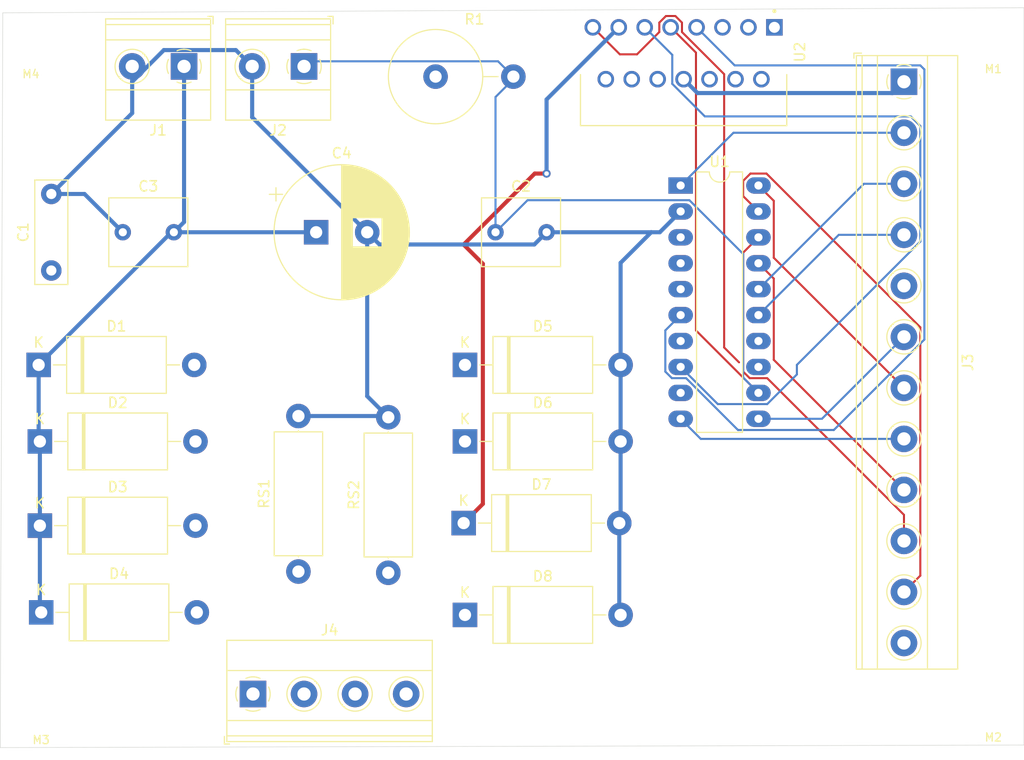
<source format=kicad_pcb>
(kicad_pcb (version 20240108) (generator "pcbnew") (generator_version "8.0")
  (title_block (title "Two phase bipolar stepper motor") (date "2024-11-12") (rev "REV1"))
  (layers (0 "F.Cu" signal) (31 "B.Cu" signal) (34 "B.Paste" user) (35 "F.Paste" user) (36 "B.SilkS" user "B.Silkscreen") (37 "F.SilkS" user "F.Silkscreen") (38 "B.Mask" user) (39 "F.Mask" user) (44 "Edge.Cuts" user))
  (net 0 "")
  (net 1 "/OSC")
  (net 2 "GND")
  (net 3 "VSS")
  (net 4 "VS")
  (net 5 "Net-(D1-A)")
  (net 6 "Net-(D2-A)")
  (net 7 "Net-(D3-A)")
  (net 8 "Net-(D4-A)")
  (net 9 "/HALF")
  (net 10 "/SYNC")
  (net 11 "/ENABLE")
  (net 13 "/CONTROL")
  (net 14 "/CLOCK")
  (net 15 "/Vref")
  (net 16 "/HOME")
  (net 17 "/RESET")
  (net 18 "/CW")
  (net 19 "/SENSE_A")
  (net 20 "/SENSE_B")
  (net 21 "Net-(U1-C)")
  (net 22 "Net-(U1-D)")
  (net 23 "Net-(U1-INH1)")
  (net 24 "Net-(U1-A)")
  (net 25 "Net-(U1-INH2)")
  (net 26 "Net-(U1-B)")
  (footprint "Diode_THT:D_DO-27_P15.24mm_Horizontal" (layer "F.Cu") (at 103.88 100)
    (property "Reference" "D3" (at 7.62 -3.785 0) (layer "F.SilkS"))
    (property "Value" "D" (hide yes))
    (fp_text user "K" (at 0 -2.2 0) (layer "F.SilkS"))
    (pad "1" thru_hole rect (at 0 0) (size 2.4 2.4) (drill 1.2) (layers "*.Cu" "*.Mask") (net 4 "VS"))
    (pad "2" thru_hole oval (at 15.24 0) (size 2.4 2.4) (drill 1.2) (layers "*.Cu" "*.Mask") (net 7 "Net-(D3-A)"))
  )
  (footprint "Capacitor_THT:CP_Radial_D13.0mm_P5.00mm" (layer "F.Cu") (at 130.934785 71.25)
    (property "Reference" "C4" (at 2.5 -7.75 0) (layer "F.SilkS"))
    (property "Value" "470uF")
    (pad "1" thru_hole rect (at 0 0) (size 2.4 2.4) (drill 1.2) (layers "*.Cu" "*.Mask") (net 4 "VS"))
    (pad "2" thru_hole circle (at 5 0) (size 2.4 2.4) (drill 1.2) (layers "*.Cu" "*.Mask") (net 2 "GND"))
  )
  (footprint "Capacitor_THT:C_Rect_L7.5mm_W6.5mm_P5.00mm" (layer "F.Cu") (at 112 71.25)
    (property "Reference" "C3" (at 2.5 -4.5 0) (layer "F.SilkS"))
    (property "Value" "100nF")
    (pad "1" thru_hole circle (at 0 0) (size 1.6 1.6) (drill 0.8) (layers "*.Cu" "*.Mask") (net 2 "GND"))
    (pad "2" thru_hole circle (at 5 0) (size 1.6 1.6) (drill 0.8) (layers "*.Cu" "*.Mask") (net 4 "VS"))
  )
  (footprint "Diode_THT:D_DO-27_P15.24mm_Horizontal" (layer "F.Cu") (at 145.51 108.75)
    (property "Reference" "D8" (at 7.62 -3.785 0) (layer "F.SilkS"))
    (property "Value" "D" (hide yes))
    (fp_text user "K" (at 0 -2.2 0) (layer "F.SilkS"))
    (pad "1" thru_hole rect (at 0 0) (size 2.4 2.4) (drill 1.2) (layers "*.Cu" "*.Mask") (net 8 "Net-(D4-A)"))
    (pad "2" thru_hole oval (at 15.24 0) (size 2.4 2.4) (drill 1.2) (layers "*.Cu" "*.Mask") (net 2 "GND"))
  )
  (footprint "Capacitor_THT:C_Rect_L10.0mm_W3.0mm_P7.50mm_FKS3_FKP3" (layer "F.Cu") (at 105 75 90)
    (property "Reference" "C1" (at 3.75 -2.75 90) (layer "F.SilkS"))
    (property "Value" "3.3nF")
    (pad "1" thru_hole circle (at 0 0 90) (size 2 2) (drill 1) (layers "*.Cu" "*.Mask") (net 1 "/OSC"))
    (pad "2" thru_hole circle (at 7.5 0 90) (size 2 2) (drill 1) (layers "*.Cu" "*.Mask") (net 2 "GND"))
  )
  (footprint "Diode_THT:D_DO-27_P15.24mm_Horizontal" (layer "F.Cu") (at 145.51 84.25)
    (property "Reference" "D5" (at 7.62 -3.785 0) (layer "F.SilkS"))
    (property "Value" "D" (hide yes))
    (fp_text user "K" (at 0 -2.2 0) (layer "F.SilkS"))
    (pad "1" thru_hole rect (at 0 0) (size 2.4 2.4) (drill 1.2) (layers "*.Cu" "*.Mask") (net 5 "Net-(D1-A)"))
    (pad "2" thru_hole oval (at 15.24 0) (size 2.4 2.4) (drill 1.2) (layers "*.Cu" "*.Mask") (net 2 "GND"))
  )
  (footprint "MountingHole:MountingHole_2.1mm" (layer "F.Cu") (at 197.25 117.5)
    (property "Reference" "M2" (at 0 3.25 0) (layer "F.SilkS") (effects (font (size 0.8 0.8) (thickness 0.125))))
    (property "Value" "MountingHole_2.1mm" (hide yes))
    (pad "" np_thru_hole circle (at 0 0) (size 2.1 2.1) (drill 2.1) (layers "*.Cu" "*.Mask"))
  )
  (footprint "Diode_THT:D_DO-27_P15.24mm_Horizontal" (layer "F.Cu") (at 145.51 91.75)
    (property "Reference" "D6" (at 7.62 -3.785 0) (layer "F.SilkS"))
    (property "Value" "D" (hide yes))
    (fp_text user "K" (at 0 -2.2 0) (layer "F.SilkS"))
    (pad "1" thru_hole rect (at 0 0) (size 2.4 2.4) (drill 1.2) (layers "*.Cu" "*.Mask") (net 6 "Net-(D2-A)"))
    (pad "2" thru_hole oval (at 15.24 0) (size 2.4 2.4) (drill 1.2) (layers "*.Cu" "*.Mask") (net 2 "GND"))
  )
  (footprint "Resistor_THT:R_Axial_DIN0414_L11.9mm_D4.5mm_P15.24mm_Horizontal" (layer "F.Cu") (at 138 104.62 90)
    (property "Reference" "RS2" (at 7.62 -3.37 90) (layer "F.SilkS"))
    (property "Value" "0.5R")
    (pad "1" thru_hole circle (at 0 0 90) (size 2.4 2.4) (drill 1.2) (layers "*.Cu" "*.Mask") (net 20 "/SENSE_B"))
    (pad "2" thru_hole oval (at 15.24 0 90) (size 2.4 2.4) (drill 1.2) (layers "*.Cu" "*.Mask") (net 2 "GND"))
  )
  (footprint "Diode_THT:D_DO-27_P15.24mm_Horizontal" (layer "F.Cu") (at 145.38 99.75)
    (property "Reference" "D7" (at 7.62 -3.785 0) (layer "F.SilkS"))
    (property "Value" "D" (hide yes))
    (fp_text user "K" (at 0 -2.2 0) (layer "F.SilkS"))
    (pad "1" thru_hole rect (at 0 0) (size 2.4 2.4) (drill 1.2) (layers "*.Cu" "*.Mask") (net 7 "Net-(D3-A)"))
    (pad "2" thru_hole oval (at 15.24 0) (size 2.4 2.4) (drill 1.2) (layers "*.Cu" "*.Mask") (net 2 "GND"))
  )
  (footprint "TerminalBlock_Phoenix:TerminalBlock_Phoenix_MKDS-1,5-12_1x12_P5.00mm_Horizontal" (layer "F.Cu") (at 188.5 56.5 -90)
    (property "Reference" "J3" (at 27.5 -6.26 90) (layer "F.SilkS"))
    (property "Value" "ST")
    (pad "1" thru_hole rect (at 0 0 270) (size 2.6 2.6) (drill 1.3) (layers "*.Cu" "*.Mask") (net 2 "GND"))
    (pad "2" thru_hole circle (at 5 0 270) (size 2.6 2.6) (drill 1.3) (layers "*.Cu" "*.Mask") (net 10 "/SYNC"))
    (pad "3" thru_hole circle (at 10 0 270) (size 2.6 2.6) (drill 1.3) (layers "*.Cu" "*.Mask") (net 1 "/OSC"))
    (pad "4" thru_hole circle (at 15 0 270) (size 2.6 2.6) (drill 1.3) (layers "*.Cu" "*.Mask") (net 15 "/Vref"))
    (pad "5" thru_hole circle (at 20 0 270) (size 2.6 2.6) (drill 1.3) (layers "*.Cu" "*.Mask") (net 16 "/HOME"))
    (pad "6" thru_hole circle (at 25 0 270) (size 2.6 2.6) (drill 1.3) (layers "*.Cu" "*.Mask") (net 13 "/CONTROL"))
    (pad "7" thru_hole circle (at 30 0 270) (size 2.6 2.6) (drill 1.3) (layers "*.Cu" "*.Mask") (net 17 "/RESET"))
    (pad "8" thru_hole circle (at 35 0 270) (size 2.6 2.6) (drill 1.3) (layers "*.Cu" "*.Mask") (net 11 "/ENABLE"))
    (pad "9" thru_hole circle (at 40 0 270) (size 2.6 2.6) (drill 1.3) (layers "*.Cu" "*.Mask") (net 18 "/CW"))
    (pad "10" thru_hole circle (at 45 0 270) (size 2.6 2.6) (drill 1.3) (layers "*.Cu" "*.Mask") (net 14 "/CLOCK"))
    (pad "11" thru_hole circle (at 50 0 270) (size 2.6 2.6) (drill 1.3) (layers "*.Cu" "*.Mask") (net 9 "/HALF"))
    (pad "12" thru_hole circle (at 55 0 270) (size 2.6 2.6) (drill 1.3) (layers "*.Cu" "*.Mask"))
  )
  (footprint "MountingHole:MountingHole_2.1mm" (layer "F.Cu") (at 103 52.5)
    (property "Reference" "M4" (at 0 3.25 0) (layer "F.SilkS") (effects (font (size 0.8 0.8) (thickness 0.125))))
    (property "Value" "MountingHole_2.1mm" (hide yes))
    (pad "" np_thru_hole circle (at 0 0) (size 2.1 2.1) (drill 2.1) (layers "*.Cu" "*.Mask"))
  )
  (footprint "Resistor_THT:R_Axial_DIN0922_L20.0mm_D9.0mm_P7.62mm_Vertical" (layer "F.Cu") (at 142.63 56)
    (property "Reference" "R1" (at 3.81 -5.62 0) (layer "F.SilkS"))
    (property "Value" "22K")
    (pad "1" thru_hole circle (at 0 0) (size 2.4 2.4) (drill 1.2) (layers "*.Cu" "*.Mask") (net 1 "/OSC"))
    (pad "2" thru_hole oval (at 7.62 0) (size 2.4 2.4) (drill 1.2) (layers "*.Cu" "*.Mask") (net 3 "VSS"))
  )
  (footprint "L298N:TO127P2020X500X2100-15" (layer "F.Cu") (at 175.81 51.17 -90)
    (property "Reference" "U2" (at 2.425 -2.495 90) (layer "F.SilkS"))
    (property "Value" "L298N")
    (pad "1" thru_hole rect (at 0 0 270) (size 1.62 1.62) (drill 1.08) (layers "*.Cu" "*.Mask") (net 19 "/SENSE_A"))
    (pad "2" thru_hole circle (at 5.08 1.27 270) (size 1.62 1.62) (drill 1.08) (layers "*.Cu" "*.Mask") (net 5 "Net-(D1-A)"))
    (pad "3" thru_hole circle (at 0 2.54 270) (size 1.62 1.62) (drill 1.08) (layers "*.Cu" "*.Mask") (net 6 "Net-(D2-A)"))
    (pad "4" thru_hole circle (at 5.08 3.81 270) (size 1.62 1.62) (drill 1.08) (layers "*.Cu" "*.Mask") (net 4 "VS"))
    (pad "5" thru_hole circle (at 0 5.08 270) (size 1.62 1.62) (drill 1.08) (layers "*.Cu" "*.Mask") (net 24 "Net-(U1-A)"))
    (pad "6" thru_hole circle (at 5.08 6.35 270) (size 1.62 1.62) (drill 1.08) (layers "*.Cu" "*.Mask") (net 23 "Net-(U1-INH1)"))
    (pad "7" thru_hole circle (at 0 7.62 270) (size 1.62 1.62) (drill 1.08) (layers "*.Cu" "*.Mask") (net 26 "Net-(U1-B)"))
    (pad "8" thru_hole circle (at 5.08 8.89 270) (size 1.62 1.62) (drill 1.08) (layers "*.Cu" "*.Mask") (net 2 "GND"))
    (pad "9" thru_hole circle (at 0 10.16 270) (size 1.62 1.62) (drill 1.08) (layers "*.Cu" "*.Mask") (net 3 "VSS"))
    (pad "10" thru_hole circle (at 5.08 11.43 270) (size 1.62 1.62) (drill 1.08) (layers "*.Cu" "*.Mask") (net 21 "Net-(U1-C)"))
    (pad "11" thru_hole circle (at 0 12.7 270) (size 1.62 1.62) (drill 1.08) (layers "*.Cu" "*.Mask") (net 25 "Net-(U1-INH2)"))
    (pad "12" thru_hole circle (at 5.08 13.97 270) (size 1.62 1.62) (drill 1.08) (layers "*.Cu" "*.Mask") (net 22 "Net-(U1-D)"))
    (pad "13" thru_hole circle (at 0 15.24 270) (size 1.62 1.62) (drill 1.08) (layers "*.Cu" "*.Mask") (net 7 "Net-(D3-A)"))
    (pad "14" thru_hole circle (at 5.08 16.51 270) (size 1.62 1.62) (drill 1.08) (layers "*.Cu" "*.Mask") (net 8 "Net-(D4-A)"))
    (pad "15" thru_hole circle (at 0 17.78 270) (size 1.62 1.62) (drill 1.08) (layers "*.Cu" "*.Mask") (net 20 "/SENSE_B"))
  )
  (footprint "MountingHole:MountingHole_2.1mm" (layer "F.Cu") (at 197.25 52)
    (property "Reference" "M1" (at 0 3.25 0) (layer "F.SilkS") (effects (font (size 0.8 0.8) (thickness 0.125))))
    (property "Value" "MountingHole_2.1mm" (hide yes))
    (pad "" np_thru_hole circle (at 0 0) (size 2.1 2.1) (drill 2.1) (layers "*.Cu" "*.Mask"))
  )
  (footprint "MountingHole:MountingHole_2.1mm" (layer "F.Cu") (at 104 117.75)
    (property "Reference" "M3" (at 0 3.25 0) (layer "F.SilkS") (effects (font (size 0.8 0.8) (thickness 0.125))))
    (property "Value" "MountingHole_2.1mm" (hide yes))
    (pad "" np_thru_hole circle (at 0 0) (size 2.1 2.1) (drill 2.1) (layers "*.Cu" "*.Mask"))
  )
  (footprint "Diode_THT:D_DO-27_P15.24mm_Horizontal" (layer "F.Cu") (at 103.76 84.25)
    (property "Reference" "D1" (at 7.62 -3.785 0) (layer "F.SilkS"))
    (property "Value" "D" (hide yes))
    (fp_text user "K" (at 0 -2.2 0) (layer "F.SilkS"))
    (pad "1" thru_hole rect (at 0 0) (size 2.4 2.4) (drill 1.2) (layers "*.Cu" "*.Mask") (net 4 "VS"))
    (pad "2" thru_hole oval (at 15.24 0) (size 2.4 2.4) (drill 1.2) (layers "*.Cu" "*.Mask") (net 5 "Net-(D1-A)"))
  )
  (footprint "Diode_THT:D_DO-27_P15.24mm_Horizontal" (layer "F.Cu") (at 103.88 91.75)
    (property "Reference" "D2" (at 7.62 -3.785 0) (layer "F.SilkS"))
    (property "Value" "D" (hide yes))
    (fp_text user "K" (at 0 -2.2 0) (layer "F.SilkS"))
    (pad "1" thru_hole rect (at 0 0) (size 2.4 2.4) (drill 1.2) (layers "*.Cu" "*.Mask") (net 4 "VS"))
    (pad "2" thru_hole oval (at 15.24 0) (size 2.4 2.4) (drill 1.2) (layers "*.Cu" "*.Mask") (net 6 "Net-(D2-A)"))
  )
  (footprint "Resistor_THT:R_Axial_DIN0414_L11.9mm_D4.5mm_P15.24mm_Horizontal" (layer "F.Cu") (at 129.2 104.5 90)
    (property "Reference" "RS1" (at 7.62 -3.37 90) (layer "F.SilkS"))
    (property "Value" "0.5R")
    (pad "1" thru_hole circle (at 0 0 90) (size 2.4 2.4) (drill 1.2) (layers "*.Cu" "*.Mask") (net 19 "/SENSE_A"))
    (pad "2" thru_hole oval (at 15.24 0 90) (size 2.4 2.4) (drill 1.2) (layers "*.Cu" "*.Mask") (net 2 "GND"))
  )
  (footprint "Diode_THT:D_DO-27_P15.24mm_Horizontal" (layer "F.Cu") (at 104.01 108.5)
    (property "Reference" "D4" (at 7.62 -3.785 0) (layer "F.SilkS"))
    (property "Value" "D" (hide yes))
    (fp_text user "K" (at 0 -2.2 0) (layer "F.SilkS"))
    (pad "1" thru_hole rect (at 0 0) (size 2.4 2.4) (drill 1.2) (layers "*.Cu" "*.Mask") (net 4 "VS"))
    (pad "2" thru_hole oval (at 15.24 0) (size 2.4 2.4) (drill 1.2) (layers "*.Cu" "*.Mask") (net 8 "Net-(D4-A)"))
  )
  (footprint "Capacitor_THT:C_Rect_L7.5mm_W6.5mm_P5.00mm" (layer "F.Cu") (at 148.5 71.25)
    (property "Reference" "C2" (at 2.5 -4.5 0) (layer "F.SilkS"))
    (property "Value" "100nF")
    (pad "1" thru_hole circle (at 0 0) (size 1.6 1.6) (drill 0.8) (layers "*.Cu" "*.Mask") (net 3 "VSS"))
    (pad "2" thru_hole circle (at 5 0) (size 1.6 1.6) (drill 0.8) (layers "*.Cu" "*.Mask") (net 2 "GND"))
  )
  (footprint "TerminalBlock_Phoenix:TerminalBlock_Phoenix_MKDS-1,5-2-5.08_1x02_P5.08mm_Horizontal" (layer "F.Cu") (at 129.75 55 180)
    (property "Reference" "J2" (at 2.54 -6.26 360) (layer "F.SilkS"))
    (property "Value" "ST")
    (pad "1" thru_hole rect (at 0 0 180) (size 2.6 2.6) (drill 1.3) (layers "*.Cu" "*.Mask") (net 3 "VSS"))
    (pad "2" thru_hole circle (at 5.08 0 180) (size 2.6 2.6) (drill 1.3) (layers "*.Cu" "*.Mask") (net 2 "GND"))
  )
  (footprint "Package_DIP:DIP-20_W7.62mm_LongPads" (layer "F.Cu") (at 166.63 66.67)
    (property "Reference" "U1" (at 3.81 -2.33 360) (layer "F.SilkS"))
    (property "Value" "L297")
    (pad "1" thru_hole rect (at 0 0) (size 2.4 1.6) (drill 0.8) (layers "*.Cu" "*.Mask") (net 10 "/SYNC"))
    (pad "2" thru_hole oval (at 0 2.54) (size 2.4 1.6) (drill 0.8) (layers "*.Cu" "*.Mask") (net 2 "GND"))
    (pad "3" thru_hole oval (at 0 5.08) (size 2.4 1.6) (drill 0.8) (layers "*.Cu" "*.Mask") (net 16 "/HOME"))
    (pad "4" thru_hole oval (at 0 7.62) (size 2.4 1.6) (drill 0.8) (layers "*.Cu" "*.Mask") (net 24 "Net-(U1-A)"))
    (pad "5" thru_hole oval (at 0 10.16) (size 2.4 1.6) (drill 0.8) (layers "*.Cu" "*.Mask") (net 23 "Net-(U1-INH1)"))
    (pad "6" thru_hole oval (at 0 12.7) (size 2.4 1.6) (drill 0.8) (layers "*.Cu" "*.Mask") (net 26 "Net-(U1-B)"))
    (pad "7" thru_hole oval (at 0 15.24) (size 2.4 1.6) (drill 0.8) (layers "*.Cu" "*.Mask") (net 21 "Net-(U1-C)"))
    (pad "8" thru_hole oval (at 0 17.78) (size 2.4 1.6) (drill 0.8) (layers "*.Cu" "*.Mask") (net 25 "Net-(U1-INH2)"))
    (pad "9" thru_hole oval (at 0 20.32) (size 2.4 1.6) (drill 0.8) (layers "*.Cu" "*.Mask") (net 22 "Net-(U1-D)"))
    (pad "10" thru_hole oval (at 0 22.86) (size 2.4 1.6) (drill 0.8) (layers "*.Cu" "*.Mask") (net 11 "/ENABLE"))
    (pad "11" thru_hole oval (at 7.62 22.86) (size 2.4 1.6) (drill 0.8) (layers "*.Cu" "*.Mask") (net 13 "/CONTROL"))
    (pad "12" thru_hole oval (at 7.62 20.32) (size 2.4 1.6) (drill 0.8) (layers "*.Cu" "*.Mask") (net 3 "VSS"))
    (pad "13" thru_hole oval (at 7.62 17.78) (size 2.4 1.6) (drill 0.8) (layers "*.Cu" "*.Mask") (net 20 "/SENSE_B"))
    (pad "14" thru_hole oval (at 7.62 15.24) (size 2.4 1.6) (drill 0.8) (layers "*.Cu" "*.Mask") (net 19 "/SENSE_A"))
    (pad "15" thru_hole oval (at 7.62 12.7) (size 2.4 1.6) (drill 0.8) (layers "*.Cu" "*.Mask") (net 15 "/Vref"))
    (pad "16" thru_hole oval (at 7.62 10.16) (size 2.4 1.6) (drill 0.8) (layers "*.Cu" "*.Mask") (net 1 "/OSC"))
    (pad "17" thru_hole oval (at 7.62 7.62) (size 2.4 1.6) (drill 0.8) (layers "*.Cu" "*.Mask") (net 18 "/CW"))
    (pad "18" thru_hole oval (at 7.62 5.08) (size 2.4 1.6) (drill 0.8) (layers "*.Cu" "*.Mask") (net 14 "/CLOCK"))
    (pad "19" thru_hole oval (at 7.62 2.54) (size 2.4 1.6) (drill 0.8) (layers "*.Cu" "*.Mask") (net 9 "/HALF"))
    (pad "20" thru_hole oval (at 7.62 0) (size 2.4 1.6) (drill 0.8) (layers "*.Cu" "*.Mask") (net 17 "/RESET"))
  )
  (footprint "TerminalBlock_Phoenix:TerminalBlock_Phoenix_MKDS-1,5-2-5.08_1x02_P5.08mm_Horizontal" (layer "F.Cu") (at 118 55 180)
    (property "Reference" "J1" (at 2.54 -6.26 360) (layer "F.SilkS"))
    (property "Value" "ST")
    (pad "1" thru_hole rect (at 0 0 180) (size 2.6 2.6) (drill 1.3) (layers "*.Cu" "*.Mask") (net 4 "VS"))
    (pad "2" thru_hole circle (at 5.08 0 180) (size 2.6 2.6) (drill 1.3) (layers "*.Cu" "*.Mask") (net 2 "GND"))
  )
  (footprint "TerminalBlock_Phoenix:TerminalBlock_Phoenix_MKDS-1,5-4_1x04_P5.00mm_Horizontal" (layer "F.Cu") (at 124.75 116.5)
    (property "Reference" "J4" (at 7.5 -6.26 360) (layer "F.SilkS"))
    (property "Value" "ST")
    (pad "1" thru_hole rect (at 0 0) (size 2.6 2.6) (drill 1.3) (layers "*.Cu" "*.Mask") (net 5 "Net-(D1-A)"))
    (pad "2" thru_hole circle (at 5 0) (size 2.6 2.6) (drill 1.3) (layers "*.Cu" "*.Mask") (net 6 "Net-(D2-A)"))
    (pad "3" thru_hole circle (at 10 0) (size 2.6 2.6) (drill 1.3) (layers "*.Cu" "*.Mask") (net 7 "Net-(D3-A)"))
    (pad "4" thru_hole circle (at 15 0) (size 2.6 2.6) (drill 1.3) (layers "*.Cu" "*.Mask") (net 8 "Net-(D4-A)"))
  )
  (gr_line (start 200.25 121.5) (end 100 121.75) (stroke (width 0.05)) (layer "Edge.Cuts"))
  (gr_line (start 200.25 49.25) (end 200.25 121.5) (stroke (width 0.05)) (layer "Edge.Cuts"))
  (gr_line (start 100.25 49.75) (end 200.25 49.25) (stroke (width 0.05)) (layer "Edge.Cuts"))
  (gr_line (start 100 121.75) (end 100.25 49.75) (stroke (width 0.05)) (layer "Edge.Cuts"))
  (segment (start 188.5 66.5) (end 184.58 66.5) (width 0.2) (layer "B.Cu") (net 1))
  (segment (start 184.58 66.5) (end 174.25 76.83) (width 0.2) (layer "B.Cu") (net 1))
  (segment (start 160.75 99.62) (end 160.62 99.75) (width 0.4) (layer "B.Cu") (net 2))
  (segment (start 124.67 55) (end 123.07 53.4) (width 0.4) (layer "B.Cu") (net 2))
  (segment (start 152.3 72.45) (end 153.5 71.25) (width 0.4) (layer "B.Cu") (net 2))
  (segment (start 160.62 108.62) (end 160.75 108.75) (width 0.4) (layer "B.Cu") (net 2))
  (segment (start 138 89.38) (end 137.63 89.38) (width 0.4) (layer "B.Cu") (net 2))
  (segment (start 135.934785 87.314785) (end 138 89.38) (width 0.4) (layer "B.Cu") (net 2))
  (segment (start 124.67 55) (end 124.67 59.985215) (width 0.4) (layer "B.Cu") (net 2))
  (segment (start 163.75 71.25) (end 164.59 71.25) (width 0.4) (layer "B.Cu") (net 2))
  (segment (start 137.63 89.38) (end 137.51 89.26) (width 0.4) (layer "B.Cu") (net 2))
  (segment (start 112.92 55) (end 112.92 56.5) (width 0.4) (layer "B.Cu") (net 2))
  (segment (start 108.25 67.5) (end 112 71.25) (width 0.4) (layer "B.Cu") (net 2))
  (segment (start 160.62 99.75) (end 160.62 108.62) (width 0.4) (layer "B.Cu") (net 2))
  (segment (start 188.5 56.5) (end 187.39 57.61) (width 0.4) (layer "B.Cu") (net 2))
  (segment (start 124.67 59.985215) (end 135.934785 71.25) (width 0.4) (layer "B.Cu") (net 2))
  (segment (start 164.59 71.25) (end 166.63 69.21) (width 0.4) (layer "B.Cu") (net 2))
  (segment (start 160.75 91.75) (end 160.75 99.62) (width 0.4) (layer "B.Cu") (net 2))
  (segment (start 112.92 56.5) (end 112.92 59.58) (width 0.4) (layer "B.Cu") (net 2))
  (segment (start 137.134785 72.45) (end 152.3 72.45) (width 0.4) (layer "B.Cu") (net 2))
  (segment (start 160.75 84.25) (end 160.75 91.75) (width 0.4) (layer "B.Cu") (net 2))
  (segment (start 187.39 57.61) (end 168.28 57.61) (width 0.4) (layer "B.Cu") (net 2))
  (segment (start 168.28 57.61) (end 166.92 56.25) (width 0.4) (layer "B.Cu") (net 2))
  (segment (start 160.75 84.25) (end 160.75 74.25) (width 0.4) (layer "B.Cu") (net 2))
  (segment (start 160.75 74.25) (end 163.75 71.25) (width 0.4) (layer "B.Cu") (net 2))
  (segment (start 137.51 89.26) (end 129.2 89.26) (width 0.4) (layer "B.Cu") (net 2))
  (segment (start 112.92 59.58) (end 105 67.5) (width 0.4) (layer "B.Cu") (net 2))
  (segment (start 123.07 53.4) (end 116.02 53.4) (width 0.4) (layer "B.Cu") (net 2))
  (segment (start 135.934785 71.25) (end 137.134785 72.45) (width 0.4) (layer "B.Cu") (net 2))
  (segment (start 116.02 53.4) (end 112.92 56.5) (width 0.4) (layer "B.Cu") (net 2))
  (segment (start 153.5 71.25) (end 163.75 71.25) (width 0.4) (layer "B.Cu") (net 2))
  (segment (start 135.934785 71.25) (end 135.934785 87.314785) (width 0.4) (layer "B.Cu") (net 2))
  (segment (start 105 67.5) (end 108.25 67.5) (width 0.4) (layer "B.Cu") (net 2))
  (segment (start 168.13 53.65) (end 165.65 51.17) (width 0.2) (layer "F.Cu") (net 3))
  (segment (start 168.13 80.87) (end 168.13 53.65) (width 0.2) (layer "F.Cu") (net 3))
  (segment (start 174.25 86.99) (end 168.13 80.87) (width 0.2) (layer "F.Cu") (net 3))
  (segment (start 148.5 58) (end 148.5 71.25) (width 0.2) (layer "B.Cu") (net 3))
  (segment (start 129.75 55) (end 130.25 54.5) (width 0.2) (layer "B.Cu") (net 3))
  (segment (start 172.75 73.374365) (end 172.75 85.49) (width 0.2) (layer "B.Cu") (net 3))
  (segment (start 151.64 68.11) (end 167.485635 68.11) (width 0.2) (layer "B.Cu") (net 3))
  (segment (start 150.25 56.25) (end 148.5 58) (width 0.2) (layer "B.Cu") (net 3))
  (segment (start 150.25 56) (end 150.25 56.25) (width 0.2) (layer "B.Cu") (net 3))
  (segment (start 167.485635 68.11) (end 172.75 73.374365) (width 0.2) (layer "B.Cu") (net 3))
  (segment (start 148.75 54.5) (end 150.25 56) (width 0.2) (layer "B.Cu") (net 3))
  (segment (start 130.25 54.5) (end 148.75 54.5) (width 0.2) (layer "B.Cu") (net 3))
  (segment (start 172.75 85.49) (end 174.25 86.99) (width 0.2) (layer "B.Cu") (net 3))
  (segment (start 148.5 71.25) (end 151.64 68.11) (width 0.2) (layer "B.Cu") (net 3))
  (segment (start 117 71.25) (end 116.75 71.5) (width 0.4) (layer "B.Cu") (net 4))
  (segment (start 103.88 100) (end 103.88 108.37) (width 0.4) (layer "B.Cu") (net 4))
  (segment (start 103.88 108.37) (end 104.01 108.5) (width 0.4) (layer "B.Cu") (net 4))
  (segment (start 103.76 84.25) (end 103.76 91.63) (width 0.4) (layer "B.Cu") (net 4))
  (segment (start 103.76 91.63) (end 103.88 91.75) (width 0.4) (layer "B.Cu") (net 4))
  (segment (start 118 70.25) (end 117 71.25) (width 0.4) (layer "B.Cu") (net 4))
  (segment (start 116.51 71.5) (end 103.76 84.25) (width 0.4) (layer "B.Cu") (net 4))
  (segment (start 118 55) (end 118 70.25) (width 0.4) (layer "B.Cu") (net 4))
  (segment (start 116.75 71.5) (end 116.51 71.5) (width 0.4) (layer "B.Cu") (net 4))
  (segment (start 130.934785 71.25) (end 117 71.25) (width 0.4) (layer "B.Cu") (net 4))
  (segment (start 103.88 91.75) (end 103.88 100) (width 0.4) (layer "B.Cu") (net 4))
  (segment (start 146.54 84.25) (end 145.51 84.25) (width 0.2) (layer "F.Cu") (net 5))
  (segment (start 147.26 97.87) (end 145.38 99.75) (width 0.4) (layer "F.Cu") (net 7))
  (segment (start 152.340811 65.5) (end 145.38 72.460811) (width 0.4) (layer "F.Cu") (net 7))
  (segment (start 153.5 65.5) (end 152.340811 65.5) (width 0.4) (layer "F.Cu") (net 7))
  (segment (start 145.38 72.460811) (end 147.26 74.340811) (width 0.4) (layer "F.Cu") (net 7))
  (segment (start 147.26 74.340811) (end 147.26 97.87) (width 0.4) (layer "F.Cu") (net 7))
  (via (at 153.5 65.5) (size 0.8) (drill 0.45) (layers "F.Cu" "B.Cu") (net 7))
  (segment (start 160.57 51.17) (end 153.5 58.24) (width 0.4) (layer "B.Cu") (net 7))
  (segment (start 153.5 58.24) (end 153.5 65.5) (width 0.4) (layer "B.Cu") (net 7))
  (segment (start 172.75 66.214365) (end 172.75 67.71) (width 0.2) (layer "F.Cu") (net 9))
  (segment (start 190.1 104.9) (end 190.1 80.564365) (width 0.2) (layer "F.Cu") (net 9))
  (segment (start 190.1 80.564365) (end 175.035635 65.5) (width 0.2) (layer "F.Cu") (net 9))
  (segment (start 188.5 106.5) (end 190.1 104.9) (width 0.2) (layer "F.Cu") (net 9))
  (segment (start 175.035635 65.5) (end 173.464365 65.5) (width 0.2) (layer "F.Cu") (net 9))
  (segment (start 172.75 67.71) (end 174.25 69.21) (width 0.2) (layer "F.Cu") (net 9))
  (segment (start 173.464365 65.5) (end 172.75 66.214365) (width 0.2) (layer "F.Cu") (net 9))
  (segment (start 171.8 61.5) (end 166.63 66.67) (width 0.2) (layer "B.Cu") (net 10))
  (segment (start 188.5 61.5) (end 171.8 61.5) (width 0.2) (layer "B.Cu") (net 10))
  (segment (start 168.6 91.5) (end 166.63 89.53) (width 0.2) (layer "B.Cu") (net 11))
  (segment (start 188.5 91.5) (end 168.6 91.5) (width 0.2) (layer "B.Cu") (net 11))
  (segment (start 188.5 81.5) (end 180.47 89.53) (width 0.2) (layer "B.Cu") (net 13))
  (segment (start 180.47 89.53) (end 174.25 89.53) (width 0.2) (layer "B.Cu") (net 13))
  (segment (start 188.5 101.5) (end 188.5 98.944365) (width 0.2) (layer "F.Cu") (net 14))
  (segment (start 175.105635 85.55) (end 173.394365 85.55) (width 0.2) (layer "F.Cu") (net 14))
  (segment (start 188.5 98.944365) (end 175.105635 85.55) (width 0.2) (layer "F.Cu") (net 14))
  (segment (start 173.394365 85.55) (end 172.75 84.905635) (width 0.2) (layer "F.Cu") (net 14))
  (segment (start 172.75 84.905635) (end 172.75 73.25) (width 0.2) (layer "F.Cu") (net 14))
  (segment (start 172.75 73.25) (end 174.25 71.75) (width 0.2) (layer "F.Cu") (net 14))
  (segment (start 188.5 71.5) (end 182.12 71.5) (width 0.2) (layer "B.Cu") (net 15))
  (segment (start 182.12 71.5) (end 174.25 79.37) (width 0.2) (layer "B.Cu") (net 15))
  (segment (start 188.5 86.5) (end 175.75 73.75) (width 0.2) (layer "F.Cu") (net 17))
  (segment (start 175.75 73.75) (end 175.75 68.17) (width 0.2) (layer "F.Cu") (net 17))
  (segment (start 175.75 68.17) (end 174.25 66.67) (width 0.2) (layer "F.Cu") (net 17))
  (segment (start 188.5 96.5) (end 175.75 83.75) (width 0.2) (layer "F.Cu") (net 18))
  (segment (start 175.75 75.79) (end 174.25 74.29) (width 0.2) (layer "F.Cu") (net 18))
  (segment (start 175.75 83.75) (end 175.75 75.79) (width 0.2) (layer "F.Cu") (net 18))
  (segment (start 164.54 51.629778) (end 164.54 50.710222) (width 0.2) (layer "F.Cu") (net 20))
  (segment (start 158.03 51.17) (end 160.675686 53.815686) (width 0.2) (layer "F.Cu") (net 20))
  (segment (start 166.76 51.629778) (end 170.89 55.759778) (width 0.2) (layer "F.Cu") (net 20))
  (segment (start 162.354092 53.815686) (end 164.54 51.629778) (width 0.2) (layer "F.Cu") (net 20))
  (segment (start 170.89 55.759778) (end 170.89 82.54) (width 0.2) (layer "F.Cu") (net 20))
  (segment (start 166.109778 50.06) (end 166.76 50.710222) (width 0.2) (layer "F.Cu") (net 20))
  (segment (start 160.675686 53.815686) (end 162.354092 53.815686) (width 0.2) (layer "F.Cu") (net 20))
  (segment (start 165.190222 50.06) (end 166.109778 50.06) (width 0.2) (layer "F.Cu") (net 20))
  (segment (start 164.54 50.710222) (end 165.190222 50.06) (width 0.2) (layer "F.Cu") (net 20))
  (segment (start 170.89 82.54) (end 172.35 84) (width 0.2) (layer "F.Cu") (net 20))
  (segment (start 166.76 50.710222) (end 166.76 51.629778) (width 0.2) (layer "F.Cu") (net 20))
  (segment (start 178.012742 84.25) (end 178.012742 85.182893) (width 0.2) (layer "B.Cu") (net 25))
  (segment (start 163.11 51.17) (end 165.81 53.87) (width 0.2) (layer "B.Cu") (net 25))
  (segment (start 175.105635 88.09) (end 170.27 88.09) (width 0.2) (layer "B.Cu") (net 25))
  (segment (start 169.000222 59.9) (end 189.162742 59.9) (width 0.2) (layer "B.Cu") (net 25))
  (segment (start 178.012742 85.182893) (end 175.105635 88.09) (width 0.2) (layer "B.Cu") (net 25))
  (segment (start 190.1 60.837258) (end 190.1 72.162742) (width 0.2) (layer "B.Cu") (net 25))
  (segment (start 170.27 88.09) (end 166.63 84.45) (width 0.2) (layer "B.Cu") (net 25))
  (segment (start 165.81 56.709778) (end 169.000222 59.9) (width 0.2) (layer "B.Cu") (net 25))
  (segment (start 189.162742 59.9) (end 190.1 60.837258) (width 0.2) (layer "B.Cu") (net 25))
  (segment (start 165.81 53.87) (end 165.81 56.709778) (width 0.2) (layer "B.Cu") (net 25))
  (segment (start 190.1 72.162742) (end 178.012742 84.25) (width 0.2) (layer "B.Cu") (net 25))
  (segment (start 165.774365 85.55) (end 165.13 84.905635) (width 0.2) (layer "B.Cu") (net 26))
  (segment (start 190.5 81.762742) (end 181.632742 90.63) (width 0.2) (layer "B.Cu") (net 26))
  (segment (start 171.92 54.9) (end 190.1 54.9) (width 0.2) (layer "B.Cu") (net 26))
  (segment (start 165.13 80.87) (end 166.63 79.37) (width 0.2) (layer "B.Cu") (net 26))
  (segment (start 181.632742 90.63) (end 172.244314 90.63) (width 0.2) (layer "B.Cu") (net 26))
  (segment (start 165.13 84.905635) (end 165.13 80.87) (width 0.2) (layer "B.Cu") (net 26))
  (segment (start 168.19 51.17) (end 171.92 54.9) (width 0.2) (layer "B.Cu") (net 26))
  (segment (start 190.5 55.3) (end 190.5 81.762742) (width 0.2) (layer "B.Cu") (net 26))
  (segment (start 172.244314 90.63) (end 167.164314 85.55) (width 0.2) (layer "B.Cu") (net 26))
  (segment (start 190.1 54.9) (end 190.5 55.3) (width 0.2) (layer "B.Cu") (net 26))
  (segment (start 167.164314 85.55) (end 165.774365 85.55) (width 0.2) (layer "B.Cu") (net 26))
)
</source>
